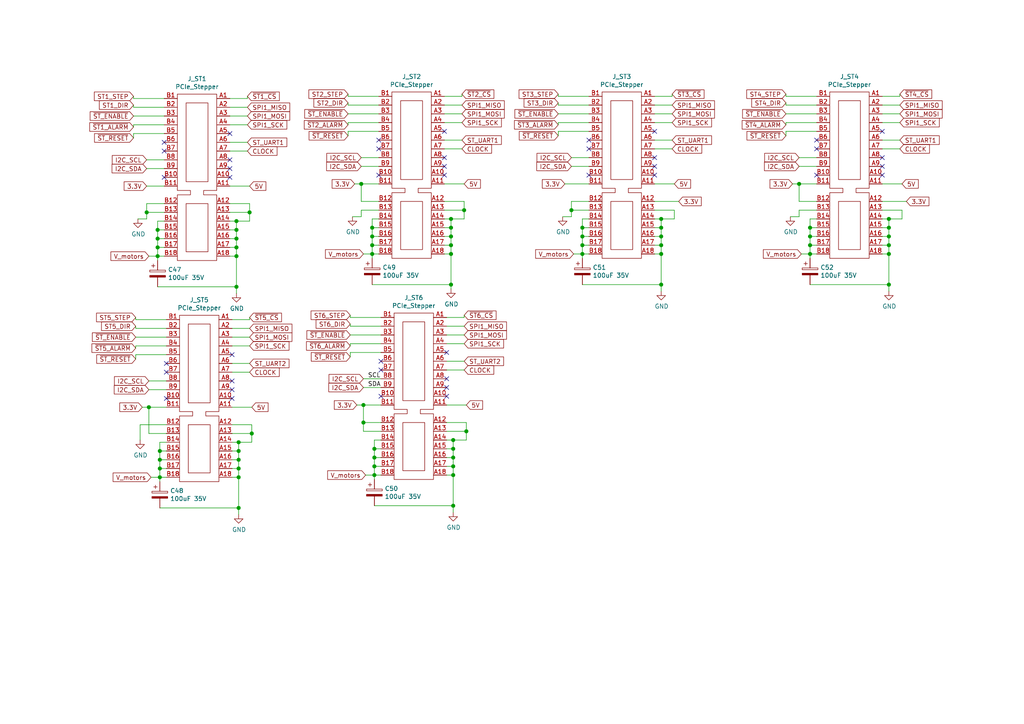
<source format=kicad_sch>
(kicad_sch (version 20210621) (generator eeschema)
  (paper "A4")
  (lib_symbols
    (symbol "Device:CP" (pin_numbers hide) (pin_names (offset 0.254))
      (property "Reference" "C" (at 0.635 2.54 0))
      (property "Value" "CP" (at 0.635 -2.54 0))
      (symbol "CP_0_1"
        (rectangle (start -2.286 0.508) (end 2.286 1.016))
        (rectangle (start 2.286 -0.508) (end -2.286 -1.016) (fill (type outline)))
        (polyline (pts (xy -1.778 2.286) (xy -0.762 2.286)))
        (polyline (pts (xy -1.27 2.794) (xy -1.27 1.778)))
      )
      (symbol "CP_1_1"
        (pin passive line (at 0 3.81 270) (length 2.794) (name "~") (number "1"))
        (pin passive line (at 0 -3.81 90) (length 2.794) (name "~") (number "2"))
      )
    )
    (symbol "power:GND" (power) (pin_names (offset 0))
      (property "Value" "GND" (at 0 -3.81 0))
      (symbol "GND_0_1"
        (polyline (pts (xy 0 0) (xy 0 -1.27) (xy 1.27 -1.27) (xy 0 -2.54) (xy -1.27 -1.27) (xy 0 -1.27)))
      )
      (symbol "GND_1_1"
        (pin power_in line (at 0 0 270) (length 0) hide (name "GND") (number "1"))
      )
    )
    (symbol "stp_conn_v2:PCIe_Stepper"
      (property "Reference" "J" (at 0 12.7 0))
      (property "Value" "PCIe_Stepper" (at 1.27 29.21 0))
      (symbol "PCIe_Stepper_0_1"
        (rectangle (start -2.54 -3.81) (end 3.81 -17.78))
        (rectangle (start -2.54 25.4) (end 3.81 2.54))
        (polyline (pts (xy -5.08 27.94) (xy 6.35 27.94) (xy 6.35 0) (xy 2.54 0) (xy 2.54 -1.27) (xy 6.35 -1.27) (xy 6.35 -20.32) (xy -5.08 -20.32) (xy -5.08 -1.27) (xy -1.27 -1.27) (xy -1.27 0) (xy -5.08 0) (xy -5.08 27.94)))
      )
      (symbol "PCIe_Stepper_1_1"
        (pin unspecified line (at 10.16 26.67 180) (length 3.81) (name "~") (number "A1"))
        (pin unspecified line (at 10.16 3.81 180) (length 3.81) (name "~") (number "A10"))
        (pin unspecified line (at 10.16 1.27 180) (length 3.81) (name "~") (number "A11"))
        (pin unspecified line (at 10.16 -3.81 180) (length 3.81) (name "~") (number "A12"))
        (pin unspecified line (at 10.16 -6.35 180) (length 3.81) (name "~") (number "A13"))
        (pin unspecified line (at 10.16 -8.89 180) (length 3.81) (name "~") (number "A14"))
        (pin unspecified line (at 10.16 -11.43 180) (length 3.81) (name "~") (number "A15"))
        (pin unspecified line (at 10.16 -13.97 180) (length 3.81) (name "~") (number "A16"))
        (pin unspecified line (at 10.16 -16.51 180) (length 3.81) (name "~") (number "A17"))
        (pin unspecified line (at 10.16 -19.05 180) (length 3.81) (name "~") (number "A18"))
        (pin unspecified line (at 10.16 24.13 180) (length 3.81) (name "~") (number "A2"))
        (pin unspecified line (at 10.16 21.59 180) (length 3.81) (name "~") (number "A3"))
        (pin unspecified line (at 10.16 19.05 180) (length 3.81) (name "~") (number "A4"))
        (pin unspecified line (at 10.16 16.51 180) (length 3.81) (name "~") (number "A5"))
        (pin unspecified line (at 10.16 13.97 180) (length 3.81) (name "~") (number "A6"))
        (pin unspecified line (at 10.16 11.43 180) (length 3.81) (name "~") (number "A7"))
        (pin unspecified line (at 10.16 8.89 180) (length 3.81) (name "~") (number "A8"))
        (pin unspecified line (at 10.16 6.35 180) (length 3.81) (name "~") (number "A9"))
        (pin unspecified line (at -8.89 26.67 0) (length 3.81) (name "~") (number "B1"))
        (pin unspecified line (at -8.89 3.81 0) (length 3.81) (name "~") (number "B10"))
        (pin unspecified line (at -8.89 1.27 0) (length 3.81) (name "~") (number "B11"))
        (pin unspecified line (at -8.89 -3.81 0) (length 3.81) (name "~") (number "B12"))
        (pin unspecified line (at -8.89 -6.35 0) (length 3.81) (name "~") (number "B13"))
        (pin unspecified line (at -8.89 -8.89 0) (length 3.81) (name "~") (number "B14"))
        (pin unspecified line (at -8.89 -11.43 0) (length 3.81) (name "~") (number "B15"))
        (pin unspecified line (at -8.89 -13.97 0) (length 3.81) (name "~") (number "B16"))
        (pin unspecified line (at -8.89 -16.51 0) (length 3.81) (name "~") (number "B17"))
        (pin unspecified line (at -8.89 -19.05 0) (length 3.81) (name "~") (number "B18"))
        (pin unspecified line (at -8.89 24.13 0) (length 3.81) (name "~") (number "B2"))
        (pin unspecified line (at -8.89 21.59 0) (length 3.81) (name "~") (number "B3"))
        (pin unspecified line (at -8.89 19.05 0) (length 3.81) (name "~") (number "B4"))
        (pin unspecified line (at -8.89 16.51 0) (length 3.81) (name "~") (number "B5"))
        (pin unspecified line (at -8.89 13.97 0) (length 3.81) (name "~") (number "B6"))
        (pin unspecified line (at -8.89 11.43 0) (length 3.81) (name "~") (number "B7"))
        (pin unspecified line (at -8.89 8.89 0) (length 3.81) (name "~") (number "B8"))
        (pin unspecified line (at -8.89 6.35 0) (length 3.81) (name "~") (number "B9"))
      )
    )
  )
  (junction (at 42.545 61.595) (diameter 1.016))
  (junction (at 43.18 118.11) (diameter 1.016))
  (junction (at 45.72 66.675) (diameter 1.016))
  (junction (at 45.72 69.215) (diameter 1.016))
  (junction (at 45.72 71.755) (diameter 1.016))
  (junction (at 45.72 74.295) (diameter 1.016))
  (junction (at 46.355 130.81) (diameter 1.016))
  (junction (at 46.355 133.35) (diameter 1.016))
  (junction (at 46.355 135.89) (diameter 1.016))
  (junction (at 46.355 138.43) (diameter 1.016))
  (junction (at 68.58 64.135) (diameter 1.016))
  (junction (at 68.58 66.675) (diameter 1.016))
  (junction (at 68.58 69.215) (diameter 1.016))
  (junction (at 68.58 71.755) (diameter 1.016))
  (junction (at 68.58 74.295) (diameter 1.016))
  (junction (at 68.58 83.185) (diameter 1.016))
  (junction (at 69.215 128.27) (diameter 1.016))
  (junction (at 69.215 130.81) (diameter 1.016))
  (junction (at 69.215 133.35) (diameter 1.016))
  (junction (at 69.215 135.89) (diameter 1.016))
  (junction (at 69.215 138.43) (diameter 1.016))
  (junction (at 69.215 147.32) (diameter 1.016))
  (junction (at 72.39 61.595) (diameter 1.016))
  (junction (at 73.025 125.73) (diameter 1.016))
  (junction (at 104.775 53.34) (diameter 1.016))
  (junction (at 105.41 117.475) (diameter 1.016))
  (junction (at 105.41 122.555) (diameter 1.016))
  (junction (at 107.95 66.04) (diameter 1.016))
  (junction (at 107.95 68.58) (diameter 1.016))
  (junction (at 107.95 71.12) (diameter 1.016))
  (junction (at 107.95 73.66) (diameter 1.016))
  (junction (at 108.585 130.175) (diameter 1.016))
  (junction (at 108.585 132.715) (diameter 1.016))
  (junction (at 108.585 135.255) (diameter 1.016))
  (junction (at 108.585 137.795) (diameter 1.016))
  (junction (at 130.81 63.5) (diameter 1.016))
  (junction (at 130.81 66.04) (diameter 1.016))
  (junction (at 130.81 68.58) (diameter 1.016))
  (junction (at 130.81 71.12) (diameter 1.016))
  (junction (at 130.81 73.66) (diameter 1.016))
  (junction (at 130.81 82.55) (diameter 1.016))
  (junction (at 131.445 127.635) (diameter 1.016))
  (junction (at 131.445 130.175) (diameter 1.016))
  (junction (at 131.445 132.715) (diameter 1.016))
  (junction (at 131.445 135.255) (diameter 1.016))
  (junction (at 131.445 137.795) (diameter 1.016))
  (junction (at 131.445 146.685) (diameter 1.016))
  (junction (at 134.62 60.96) (diameter 1.016))
  (junction (at 135.255 125.095) (diameter 1.016))
  (junction (at 165.735 60.96) (diameter 1.016))
  (junction (at 168.91 66.04) (diameter 1.016))
  (junction (at 168.91 68.58) (diameter 1.016))
  (junction (at 168.91 71.12) (diameter 1.016))
  (junction (at 168.91 73.66) (diameter 1.016))
  (junction (at 191.77 63.5) (diameter 1.016))
  (junction (at 191.77 66.04) (diameter 1.016))
  (junction (at 191.77 68.58) (diameter 1.016))
  (junction (at 191.77 71.12) (diameter 1.016))
  (junction (at 191.77 73.66) (diameter 1.016))
  (junction (at 191.77 82.55) (diameter 1.016))
  (junction (at 231.775 53.34) (diameter 1.016))
  (junction (at 234.95 66.04) (diameter 1.016))
  (junction (at 234.95 68.58) (diameter 1.016))
  (junction (at 234.95 71.12) (diameter 1.016))
  (junction (at 234.95 73.66) (diameter 1.016))
  (junction (at 257.81 63.5) (diameter 1.016))
  (junction (at 257.81 66.04) (diameter 1.016))
  (junction (at 257.81 68.58) (diameter 1.016))
  (junction (at 257.81 71.12) (diameter 1.016))
  (junction (at 257.81 73.66) (diameter 1.016))
  (junction (at 257.81 82.55) (diameter 1.016))
  (no_connect (at 47.625 41.275))
  (no_connect (at 47.625 43.815))
  (no_connect (at 47.625 51.435))
  (no_connect (at 48.26 105.41))
  (no_connect (at 48.26 107.95))
  (no_connect (at 48.26 115.57))
  (no_connect (at 66.675 38.735))
  (no_connect (at 66.675 46.355))
  (no_connect (at 66.675 48.895))
  (no_connect (at 66.675 51.435))
  (no_connect (at 67.31 102.87))
  (no_connect (at 67.31 110.49))
  (no_connect (at 67.31 113.03))
  (no_connect (at 67.31 115.57))
  (no_connect (at 109.855 40.64))
  (no_connect (at 109.855 43.18))
  (no_connect (at 109.855 50.8))
  (no_connect (at 110.49 104.775))
  (no_connect (at 110.49 107.315))
  (no_connect (at 110.49 114.935))
  (no_connect (at 128.905 38.1))
  (no_connect (at 128.905 45.72))
  (no_connect (at 128.905 48.26))
  (no_connect (at 128.905 50.8))
  (no_connect (at 129.54 102.235))
  (no_connect (at 129.54 109.855))
  (no_connect (at 129.54 112.395))
  (no_connect (at 129.54 114.935))
  (no_connect (at 170.815 40.64))
  (no_connect (at 170.815 43.18))
  (no_connect (at 170.815 50.8))
  (no_connect (at 189.865 38.1))
  (no_connect (at 189.865 45.72))
  (no_connect (at 189.865 48.26))
  (no_connect (at 189.865 50.8))
  (no_connect (at 236.855 40.64))
  (no_connect (at 236.855 43.18))
  (no_connect (at 236.855 50.8))
  (no_connect (at 255.905 38.1))
  (no_connect (at 255.905 45.72))
  (no_connect (at 255.905 48.26))
  (no_connect (at 255.905 50.8))
  (wire (pts (xy 38.735 27.94) (xy 38.735 28.575)))
  (wire (pts (xy 38.735 30.48) (xy 38.735 31.115)))
  (wire (pts (xy 38.735 31.115) (xy 47.625 31.115)))
  (wire (pts (xy 38.735 36.195) (xy 38.735 36.83)))
  (wire (pts (xy 38.735 40.005) (xy 38.735 38.735)))
  (wire (pts (xy 39.37 92.075) (xy 39.37 92.71)))
  (wire (pts (xy 39.37 94.615) (xy 39.37 95.25)))
  (wire (pts (xy 39.37 95.25) (xy 48.26 95.25)))
  (wire (pts (xy 39.37 100.33) (xy 39.37 100.965)))
  (wire (pts (xy 39.37 104.14) (xy 39.37 102.87)))
  (wire (pts (xy 40.64 123.19) (xy 40.64 127.635)))
  (wire (pts (xy 40.64 123.19) (xy 48.26 123.19)))
  (wire (pts (xy 42.545 46.355) (xy 47.625 46.355)))
  (wire (pts (xy 42.545 48.895) (xy 47.625 48.895)))
  (wire (pts (xy 42.545 59.055) (xy 42.545 61.595)))
  (wire (pts (xy 42.545 61.595) (xy 42.545 63.5)))
  (wire (pts (xy 42.545 63.5) (xy 40.005 63.5)))
  (wire (pts (xy 43.18 74.295) (xy 45.72 74.295)))
  (wire (pts (xy 43.18 110.49) (xy 48.26 110.49)))
  (wire (pts (xy 43.18 113.03) (xy 48.26 113.03)))
  (wire (pts (xy 43.18 118.11) (xy 41.275 118.11)))
  (wire (pts (xy 43.18 125.73) (xy 43.18 118.11)))
  (wire (pts (xy 43.815 138.43) (xy 46.355 138.43)))
  (wire (pts (xy 45.72 64.135) (xy 45.72 66.675)))
  (wire (pts (xy 45.72 66.675) (xy 45.72 69.215)))
  (wire (pts (xy 45.72 69.215) (xy 45.72 71.755)))
  (wire (pts (xy 45.72 71.755) (xy 45.72 74.295)))
  (wire (pts (xy 45.72 75.565) (xy 45.72 74.295)))
  (wire (pts (xy 45.72 83.185) (xy 68.58 83.185)))
  (wire (pts (xy 46.355 128.27) (xy 46.355 130.81)))
  (wire (pts (xy 46.355 130.81) (xy 46.355 133.35)))
  (wire (pts (xy 46.355 133.35) (xy 46.355 135.89)))
  (wire (pts (xy 46.355 135.89) (xy 46.355 138.43)))
  (wire (pts (xy 46.355 139.7) (xy 46.355 138.43)))
  (wire (pts (xy 46.355 147.32) (xy 69.215 147.32)))
  (wire (pts (xy 47.625 28.575) (xy 38.735 28.575)))
  (wire (pts (xy 47.625 33.655) (xy 38.735 33.655)))
  (wire (pts (xy 47.625 36.195) (xy 38.735 36.195)))
  (wire (pts (xy 47.625 38.735) (xy 38.735 38.735)))
  (wire (pts (xy 47.625 53.975) (xy 42.545 53.975)))
  (wire (pts (xy 47.625 59.055) (xy 42.545 59.055)))
  (wire (pts (xy 47.625 61.595) (xy 42.545 61.595)))
  (wire (pts (xy 47.625 64.135) (xy 45.72 64.135)))
  (wire (pts (xy 47.625 66.675) (xy 45.72 66.675)))
  (wire (pts (xy 47.625 69.215) (xy 45.72 69.215)))
  (wire (pts (xy 47.625 71.755) (xy 45.72 71.755)))
  (wire (pts (xy 47.625 74.295) (xy 45.72 74.295)))
  (wire (pts (xy 48.26 92.71) (xy 39.37 92.71)))
  (wire (pts (xy 48.26 97.79) (xy 39.37 97.79)))
  (wire (pts (xy 48.26 100.33) (xy 39.37 100.33)))
  (wire (pts (xy 48.26 102.87) (xy 39.37 102.87)))
  (wire (pts (xy 48.26 118.11) (xy 43.18 118.11)))
  (wire (pts (xy 48.26 125.73) (xy 43.18 125.73)))
  (wire (pts (xy 48.26 128.27) (xy 46.355 128.27)))
  (wire (pts (xy 48.26 130.81) (xy 46.355 130.81)))
  (wire (pts (xy 48.26 133.35) (xy 46.355 133.35)))
  (wire (pts (xy 48.26 135.89) (xy 46.355 135.89)))
  (wire (pts (xy 48.26 138.43) (xy 46.355 138.43)))
  (wire (pts (xy 66.675 28.575) (xy 71.755 28.575)))
  (wire (pts (xy 66.675 31.115) (xy 71.755 31.115)))
  (wire (pts (xy 66.675 33.655) (xy 71.755 33.655)))
  (wire (pts (xy 66.675 36.195) (xy 71.755 36.195)))
  (wire (pts (xy 66.675 41.275) (xy 71.755 41.275)))
  (wire (pts (xy 66.675 43.815) (xy 71.755 43.815)))
  (wire (pts (xy 66.675 53.975) (xy 72.39 53.975)))
  (wire (pts (xy 66.675 59.055) (xy 72.39 59.055)))
  (wire (pts (xy 66.675 61.595) (xy 72.39 61.595)))
  (wire (pts (xy 66.675 64.135) (xy 68.58 64.135)))
  (wire (pts (xy 66.675 66.675) (xy 68.58 66.675)))
  (wire (pts (xy 66.675 69.215) (xy 68.58 69.215)))
  (wire (pts (xy 66.675 71.755) (xy 68.58 71.755)))
  (wire (pts (xy 67.31 92.71) (xy 72.39 92.71)))
  (wire (pts (xy 67.31 95.25) (xy 72.39 95.25)))
  (wire (pts (xy 67.31 97.79) (xy 72.39 97.79)))
  (wire (pts (xy 67.31 100.33) (xy 72.39 100.33)))
  (wire (pts (xy 67.31 105.41) (xy 72.39 105.41)))
  (wire (pts (xy 67.31 107.95) (xy 72.39 107.95)))
  (wire (pts (xy 67.31 118.11) (xy 73.025 118.11)))
  (wire (pts (xy 67.31 123.19) (xy 73.025 123.19)))
  (wire (pts (xy 67.31 125.73) (xy 73.025 125.73)))
  (wire (pts (xy 67.31 128.27) (xy 69.215 128.27)))
  (wire (pts (xy 67.31 130.81) (xy 69.215 130.81)))
  (wire (pts (xy 67.31 133.35) (xy 69.215 133.35)))
  (wire (pts (xy 67.31 135.89) (xy 69.215 135.89)))
  (wire (pts (xy 68.58 64.135) (xy 68.58 66.675)))
  (wire (pts (xy 68.58 66.675) (xy 68.58 69.215)))
  (wire (pts (xy 68.58 69.215) (xy 68.58 71.755)))
  (wire (pts (xy 68.58 71.755) (xy 68.58 74.295)))
  (wire (pts (xy 68.58 74.295) (xy 66.675 74.295)))
  (wire (pts (xy 68.58 83.185) (xy 68.58 74.295)))
  (wire (pts (xy 68.58 85.09) (xy 68.58 83.185)))
  (wire (pts (xy 69.215 128.27) (xy 69.215 130.81)))
  (wire (pts (xy 69.215 130.81) (xy 69.215 133.35)))
  (wire (pts (xy 69.215 133.35) (xy 69.215 135.89)))
  (wire (pts (xy 69.215 135.89) (xy 69.215 138.43)))
  (wire (pts (xy 69.215 138.43) (xy 67.31 138.43)))
  (wire (pts (xy 69.215 147.32) (xy 69.215 138.43)))
  (wire (pts (xy 69.215 149.225) (xy 69.215 147.32)))
  (wire (pts (xy 71.755 27.94) (xy 71.755 28.575)))
  (wire (pts (xy 72.39 59.055) (xy 72.39 61.595)))
  (wire (pts (xy 72.39 61.595) (xy 72.39 64.135)))
  (wire (pts (xy 72.39 64.135) (xy 68.58 64.135)))
  (wire (pts (xy 72.39 92.075) (xy 72.39 92.71)))
  (wire (pts (xy 73.025 123.19) (xy 73.025 125.73)))
  (wire (pts (xy 73.025 125.73) (xy 73.025 128.27)))
  (wire (pts (xy 73.025 128.27) (xy 69.215 128.27)))
  (wire (pts (xy 100.965 27.305) (xy 100.965 27.94)))
  (wire (pts (xy 100.965 29.845) (xy 100.965 30.48)))
  (wire (pts (xy 100.965 30.48) (xy 109.855 30.48)))
  (wire (pts (xy 100.965 35.56) (xy 100.965 36.195)))
  (wire (pts (xy 100.965 35.56) (xy 109.855 35.56)))
  (wire (pts (xy 100.965 38.1) (xy 109.855 38.1)))
  (wire (pts (xy 100.965 39.37) (xy 100.965 38.1)))
  (wire (pts (xy 101.6 91.44) (xy 101.6 92.075)))
  (wire (pts (xy 101.6 93.98) (xy 101.6 94.615)))
  (wire (pts (xy 101.6 94.615) (xy 110.49 94.615)))
  (wire (pts (xy 101.6 99.695) (xy 101.6 100.33)))
  (wire (pts (xy 101.6 99.695) (xy 110.49 99.695)))
  (wire (pts (xy 101.6 102.235) (xy 110.49 102.235)))
  (wire (pts (xy 101.6 103.505) (xy 101.6 102.235)))
  (wire (pts (xy 104.775 45.72) (xy 109.855 45.72)))
  (wire (pts (xy 104.775 48.26) (xy 109.855 48.26)))
  (wire (pts (xy 104.775 53.34) (xy 102.87 53.34)))
  (wire (pts (xy 104.775 58.42) (xy 104.775 53.34)))
  (wire (pts (xy 104.775 60.96) (xy 104.775 62.865)))
  (wire (pts (xy 104.775 60.96) (xy 109.855 60.96)))
  (wire (pts (xy 104.775 62.865) (xy 102.235 62.865)))
  (wire (pts (xy 105.41 73.66) (xy 107.95 73.66)))
  (wire (pts (xy 105.41 109.855) (xy 110.49 109.855)))
  (wire (pts (xy 105.41 112.395) (xy 110.49 112.395)))
  (wire (pts (xy 105.41 117.475) (xy 103.505 117.475)))
  (wire (pts (xy 105.41 122.555) (xy 105.41 117.475)))
  (wire (pts (xy 105.41 125.095) (xy 105.41 122.555)))
  (wire (pts (xy 105.41 125.095) (xy 110.49 125.095)))
  (wire (pts (xy 106.045 137.795) (xy 108.585 137.795)))
  (wire (pts (xy 107.95 63.5) (xy 107.95 66.04)))
  (wire (pts (xy 107.95 66.04) (xy 107.95 68.58)))
  (wire (pts (xy 107.95 68.58) (xy 107.95 71.12)))
  (wire (pts (xy 107.95 71.12) (xy 107.95 73.66)))
  (wire (pts (xy 107.95 74.93) (xy 107.95 73.66)))
  (wire (pts (xy 107.95 82.55) (xy 130.81 82.55)))
  (wire (pts (xy 108.585 127.635) (xy 108.585 130.175)))
  (wire (pts (xy 108.585 130.175) (xy 108.585 132.715)))
  (wire (pts (xy 108.585 132.715) (xy 108.585 135.255)))
  (wire (pts (xy 108.585 135.255) (xy 108.585 137.795)))
  (wire (pts (xy 108.585 139.065) (xy 108.585 137.795)))
  (wire (pts (xy 108.585 146.685) (xy 131.445 146.685)))
  (wire (pts (xy 109.855 27.94) (xy 100.965 27.94)))
  (wire (pts (xy 109.855 33.02) (xy 100.965 33.02)))
  (wire (pts (xy 109.855 53.34) (xy 104.775 53.34)))
  (wire (pts (xy 109.855 58.42) (xy 104.775 58.42)))
  (wire (pts (xy 109.855 63.5) (xy 107.95 63.5)))
  (wire (pts (xy 109.855 66.04) (xy 107.95 66.04)))
  (wire (pts (xy 109.855 68.58) (xy 107.95 68.58)))
  (wire (pts (xy 109.855 71.12) (xy 107.95 71.12)))
  (wire (pts (xy 109.855 73.66) (xy 107.95 73.66)))
  (wire (pts (xy 110.49 92.075) (xy 101.6 92.075)))
  (wire (pts (xy 110.49 97.155) (xy 101.6 97.155)))
  (wire (pts (xy 110.49 117.475) (xy 105.41 117.475)))
  (wire (pts (xy 110.49 122.555) (xy 105.41 122.555)))
  (wire (pts (xy 110.49 127.635) (xy 108.585 127.635)))
  (wire (pts (xy 110.49 130.175) (xy 108.585 130.175)))
  (wire (pts (xy 110.49 132.715) (xy 108.585 132.715)))
  (wire (pts (xy 110.49 135.255) (xy 108.585 135.255)))
  (wire (pts (xy 110.49 137.795) (xy 108.585 137.795)))
  (wire (pts (xy 128.905 27.94) (xy 133.985 27.94)))
  (wire (pts (xy 128.905 30.48) (xy 133.985 30.48)))
  (wire (pts (xy 128.905 33.02) (xy 133.985 33.02)))
  (wire (pts (xy 128.905 35.56) (xy 133.985 35.56)))
  (wire (pts (xy 128.905 40.64) (xy 133.985 40.64)))
  (wire (pts (xy 128.905 43.18) (xy 133.985 43.18)))
  (wire (pts (xy 128.905 53.34) (xy 134.62 53.34)))
  (wire (pts (xy 128.905 58.42) (xy 134.62 58.42)))
  (wire (pts (xy 128.905 60.96) (xy 134.62 60.96)))
  (wire (pts (xy 128.905 63.5) (xy 130.81 63.5)))
  (wire (pts (xy 128.905 66.04) (xy 130.81 66.04)))
  (wire (pts (xy 128.905 68.58) (xy 130.81 68.58)))
  (wire (pts (xy 128.905 71.12) (xy 130.81 71.12)))
  (wire (pts (xy 129.54 92.075) (xy 134.62 92.075)))
  (wire (pts (xy 129.54 94.615) (xy 134.62 94.615)))
  (wire (pts (xy 129.54 97.155) (xy 134.62 97.155)))
  (wire (pts (xy 129.54 99.695) (xy 134.62 99.695)))
  (wire (pts (xy 129.54 104.775) (xy 134.62 104.775)))
  (wire (pts (xy 129.54 107.315) (xy 134.62 107.315)))
  (wire (pts (xy 129.54 117.475) (xy 135.255 117.475)))
  (wire (pts (xy 129.54 122.555) (xy 135.255 122.555)))
  (wire (pts (xy 129.54 125.095) (xy 135.255 125.095)))
  (wire (pts (xy 129.54 127.635) (xy 131.445 127.635)))
  (wire (pts (xy 129.54 130.175) (xy 131.445 130.175)))
  (wire (pts (xy 129.54 132.715) (xy 131.445 132.715)))
  (wire (pts (xy 129.54 135.255) (xy 131.445 135.255)))
  (wire (pts (xy 130.81 63.5) (xy 130.81 66.04)))
  (wire (pts (xy 130.81 66.04) (xy 130.81 68.58)))
  (wire (pts (xy 130.81 68.58) (xy 130.81 71.12)))
  (wire (pts (xy 130.81 71.12) (xy 130.81 73.66)))
  (wire (pts (xy 130.81 73.66) (xy 128.905 73.66)))
  (wire (pts (xy 130.81 82.55) (xy 130.81 73.66)))
  (wire (pts (xy 130.81 82.55) (xy 130.81 83.82)))
  (wire (pts (xy 131.445 127.635) (xy 131.445 130.175)))
  (wire (pts (xy 131.445 130.175) (xy 131.445 132.715)))
  (wire (pts (xy 131.445 132.715) (xy 131.445 135.255)))
  (wire (pts (xy 131.445 135.255) (xy 131.445 137.795)))
  (wire (pts (xy 131.445 137.795) (xy 129.54 137.795)))
  (wire (pts (xy 131.445 146.685) (xy 131.445 137.795)))
  (wire (pts (xy 131.445 148.59) (xy 131.445 146.685)))
  (wire (pts (xy 133.985 27.305) (xy 133.985 27.94)))
  (wire (pts (xy 134.62 58.42) (xy 134.62 60.96)))
  (wire (pts (xy 134.62 60.96) (xy 134.62 63.5)))
  (wire (pts (xy 134.62 63.5) (xy 130.81 63.5)))
  (wire (pts (xy 134.62 91.44) (xy 134.62 92.075)))
  (wire (pts (xy 135.255 122.555) (xy 135.255 125.095)))
  (wire (pts (xy 135.255 125.095) (xy 135.255 127.635)))
  (wire (pts (xy 135.255 127.635) (xy 131.445 127.635)))
  (wire (pts (xy 161.925 27.305) (xy 161.925 27.94)))
  (wire (pts (xy 161.925 27.94) (xy 170.815 27.94)))
  (wire (pts (xy 161.925 29.845) (xy 161.925 30.48)))
  (wire (pts (xy 161.925 30.48) (xy 170.815 30.48)))
  (wire (pts (xy 161.925 35.56) (xy 161.925 36.195)))
  (wire (pts (xy 161.925 35.56) (xy 170.815 35.56)))
  (wire (pts (xy 161.925 38.1) (xy 170.815 38.1)))
  (wire (pts (xy 161.925 39.37) (xy 161.925 38.1)))
  (wire (pts (xy 163.83 53.34) (xy 170.815 53.34)))
  (wire (pts (xy 165.735 45.72) (xy 170.815 45.72)))
  (wire (pts (xy 165.735 48.26) (xy 170.815 48.26)))
  (wire (pts (xy 165.735 58.42) (xy 165.735 60.96)))
  (wire (pts (xy 165.735 58.42) (xy 170.815 58.42)))
  (wire (pts (xy 165.735 60.96) (xy 165.735 62.865)))
  (wire (pts (xy 165.735 60.96) (xy 170.815 60.96)))
  (wire (pts (xy 165.735 62.865) (xy 163.195 62.865)))
  (wire (pts (xy 166.37 73.66) (xy 168.91 73.66)))
  (wire (pts (xy 168.91 63.5) (xy 168.91 66.04)))
  (wire (pts (xy 168.91 66.04) (xy 168.91 68.58)))
  (wire (pts (xy 168.91 68.58) (xy 168.91 71.12)))
  (wire (pts (xy 168.91 71.12) (xy 168.91 73.66)))
  (wire (pts (xy 168.91 74.93) (xy 168.91 73.66)))
  (wire (pts (xy 168.91 82.55) (xy 191.77 82.55)))
  (wire (pts (xy 170.815 33.02) (xy 161.925 33.02)))
  (wire (pts (xy 170.815 63.5) (xy 168.91 63.5)))
  (wire (pts (xy 170.815 66.04) (xy 168.91 66.04)))
  (wire (pts (xy 170.815 68.58) (xy 168.91 68.58)))
  (wire (pts (xy 170.815 71.12) (xy 168.91 71.12)))
  (wire (pts (xy 170.815 73.66) (xy 168.91 73.66)))
  (wire (pts (xy 189.865 27.94) (xy 194.945 27.94)))
  (wire (pts (xy 189.865 30.48) (xy 194.945 30.48)))
  (wire (pts (xy 189.865 33.02) (xy 194.945 33.02)))
  (wire (pts (xy 189.865 35.56) (xy 194.945 35.56)))
  (wire (pts (xy 189.865 40.64) (xy 194.945 40.64)))
  (wire (pts (xy 189.865 43.18) (xy 194.945 43.18)))
  (wire (pts (xy 189.865 53.34) (xy 195.58 53.34)))
  (wire (pts (xy 189.865 58.42) (xy 196.85 58.42)))
  (wire (pts (xy 189.865 60.96) (xy 195.58 60.96)))
  (wire (pts (xy 189.865 63.5) (xy 191.77 63.5)))
  (wire (pts (xy 189.865 66.04) (xy 191.77 66.04)))
  (wire (pts (xy 189.865 68.58) (xy 191.77 68.58)))
  (wire (pts (xy 189.865 71.12) (xy 191.77 71.12)))
  (wire (pts (xy 191.77 63.5) (xy 191.77 66.04)))
  (wire (pts (xy 191.77 66.04) (xy 191.77 68.58)))
  (wire (pts (xy 191.77 68.58) (xy 191.77 71.12)))
  (wire (pts (xy 191.77 71.12) (xy 191.77 73.66)))
  (wire (pts (xy 191.77 73.66) (xy 189.865 73.66)))
  (wire (pts (xy 191.77 82.55) (xy 191.77 73.66)))
  (wire (pts (xy 191.77 84.455) (xy 191.77 82.55)))
  (wire (pts (xy 194.945 27.305) (xy 194.945 27.94)))
  (wire (pts (xy 195.58 60.96) (xy 195.58 63.5)))
  (wire (pts (xy 195.58 63.5) (xy 191.77 63.5)))
  (wire (pts (xy 227.965 27.305) (xy 227.965 27.94)))
  (wire (pts (xy 227.965 27.94) (xy 236.855 27.94)))
  (wire (pts (xy 227.965 29.845) (xy 227.965 30.48)))
  (wire (pts (xy 227.965 30.48) (xy 236.855 30.48)))
  (wire (pts (xy 227.965 35.56) (xy 227.965 36.195)))
  (wire (pts (xy 227.965 35.56) (xy 236.855 35.56)))
  (wire (pts (xy 227.965 38.1) (xy 236.855 38.1)))
  (wire (pts (xy 227.965 39.37) (xy 227.965 38.1)))
  (wire (pts (xy 229.87 53.34) (xy 231.775 53.34)))
  (wire (pts (xy 231.775 45.72) (xy 236.855 45.72)))
  (wire (pts (xy 231.775 48.26) (xy 236.855 48.26)))
  (wire (pts (xy 231.775 53.34) (xy 236.855 53.34)))
  (wire (pts (xy 231.775 58.42) (xy 231.775 53.34)))
  (wire (pts (xy 231.775 58.42) (xy 236.855 58.42)))
  (wire (pts (xy 231.775 60.96) (xy 231.775 62.865)))
  (wire (pts (xy 231.775 60.96) (xy 236.855 60.96)))
  (wire (pts (xy 231.775 62.865) (xy 229.235 62.865)))
  (wire (pts (xy 232.41 73.66) (xy 234.95 73.66)))
  (wire (pts (xy 234.95 63.5) (xy 234.95 66.04)))
  (wire (pts (xy 234.95 66.04) (xy 234.95 68.58)))
  (wire (pts (xy 234.95 68.58) (xy 234.95 71.12)))
  (wire (pts (xy 234.95 71.12) (xy 234.95 73.66)))
  (wire (pts (xy 234.95 74.93) (xy 234.95 73.66)))
  (wire (pts (xy 234.95 82.55) (xy 257.81 82.55)))
  (wire (pts (xy 236.855 33.02) (xy 227.965 33.02)))
  (wire (pts (xy 236.855 63.5) (xy 234.95 63.5)))
  (wire (pts (xy 236.855 66.04) (xy 234.95 66.04)))
  (wire (pts (xy 236.855 68.58) (xy 234.95 68.58)))
  (wire (pts (xy 236.855 71.12) (xy 234.95 71.12)))
  (wire (pts (xy 236.855 73.66) (xy 234.95 73.66)))
  (wire (pts (xy 255.905 27.94) (xy 260.985 27.94)))
  (wire (pts (xy 255.905 30.48) (xy 260.985 30.48)))
  (wire (pts (xy 255.905 33.02) (xy 260.985 33.02)))
  (wire (pts (xy 255.905 35.56) (xy 260.985 35.56)))
  (wire (pts (xy 255.905 40.64) (xy 260.985 40.64)))
  (wire (pts (xy 255.905 43.18) (xy 260.985 43.18)))
  (wire (pts (xy 255.905 53.34) (xy 261.62 53.34)))
  (wire (pts (xy 255.905 58.42) (xy 262.89 58.42)))
  (wire (pts (xy 255.905 60.96) (xy 261.62 60.96)))
  (wire (pts (xy 255.905 63.5) (xy 257.81 63.5)))
  (wire (pts (xy 255.905 66.04) (xy 257.81 66.04)))
  (wire (pts (xy 255.905 68.58) (xy 257.81 68.58)))
  (wire (pts (xy 255.905 71.12) (xy 257.81 71.12)))
  (wire (pts (xy 257.81 63.5) (xy 257.81 66.04)))
  (wire (pts (xy 257.81 66.04) (xy 257.81 68.58)))
  (wire (pts (xy 257.81 68.58) (xy 257.81 71.12)))
  (wire (pts (xy 257.81 71.12) (xy 257.81 73.66)))
  (wire (pts (xy 257.81 73.66) (xy 255.905 73.66)))
  (wire (pts (xy 257.81 82.55) (xy 257.81 73.66)))
  (wire (pts (xy 257.81 84.455) (xy 257.81 82.55)))
  (wire (pts (xy 260.985 27.305) (xy 260.985 27.94)))
  (wire (pts (xy 261.62 60.96) (xy 261.62 63.5)))
  (wire (pts (xy 261.62 63.5) (xy 257.81 63.5)))
  (label "SCL" (at 106.68 109.855 0))
  (label "SDA" (at 106.68 112.395 0))
  (global_label "ST1_STEP" (shape input) (at 38.735 27.94 180) (property "Intersheet References" "${INTERSHEET_REFS}" (effects hide)))
  (global_label "ST1_DIR" (shape input) (at 38.735 30.48 180) (property "Intersheet References" "${INTERSHEET_REFS}" (effects hide)))
  (global_label "~{ST_ENABLE}" (shape input) (at 38.735 33.655 180) (property "Intersheet References" "${INTERSHEET_REFS}" (effects hide)))
  (global_label "~{ST1_ALARM}" (shape input) (at 38.735 36.83 180) (property "Intersheet References" "${INTERSHEET_REFS}" (effects hide)))
  (global_label "~{ST_RESET}" (shape input) (at 38.735 40.005 180) (property "Intersheet References" "${INTERSHEET_REFS}" (effects hide)))
  (global_label "ST5_STEP" (shape input) (at 39.37 92.075 180) (property "Intersheet References" "${INTERSHEET_REFS}" (effects hide)))
  (global_label "ST5_DIR" (shape input) (at 39.37 94.615 180) (property "Intersheet References" "${INTERSHEET_REFS}" (effects hide)))
  (global_label "~{ST_ENABLE}" (shape input) (at 39.37 97.79 180) (property "Intersheet References" "${INTERSHEET_REFS}" (effects hide)))
  (global_label "~{ST5_ALARM}" (shape input) (at 39.37 100.965 180) (property "Intersheet References" "${INTERSHEET_REFS}" (effects hide)))
  (global_label "~{ST_RESET}" (shape input) (at 39.37 104.14 180) (property "Intersheet References" "${INTERSHEET_REFS}" (effects hide)))
  (global_label "3.3V" (shape input) (at 41.275 118.11 180) (property "Intersheet References" "${INTERSHEET_REFS}" (effects hide)))
  (global_label "I2C_SCL" (shape input) (at 42.545 46.355 180) (property "Intersheet References" "${INTERSHEET_REFS}" (effects hide)))
  (global_label "I2C_SDA" (shape input) (at 42.545 48.895 180) (property "Intersheet References" "${INTERSHEET_REFS}" (effects hide)))
  (global_label "3.3V" (shape input) (at 42.545 53.975 180) (property "Intersheet References" "${INTERSHEET_REFS}" (effects hide)))
  (global_label "V_motors" (shape input) (at 43.18 74.295 180) (property "Intersheet References" "${INTERSHEET_REFS}" (effects hide)))
  (global_label "I2C_SCL" (shape input) (at 43.18 110.49 180) (property "Intersheet References" "${INTERSHEET_REFS}" (effects hide)))
  (global_label "I2C_SDA" (shape input) (at 43.18 113.03 180) (property "Intersheet References" "${INTERSHEET_REFS}" (effects hide)))
  (global_label "V_motors" (shape input) (at 43.815 138.43 180) (property "Intersheet References" "${INTERSHEET_REFS}" (effects hide)))
  (global_label "~{ST1_CS}" (shape input) (at 71.755 27.94 0) (property "Intersheet References" "${INTERSHEET_REFS}" (effects hide)))
  (global_label "SPI1_MISO" (shape input) (at 71.755 31.115 0) (property "Intersheet References" "${INTERSHEET_REFS}" (effects hide)))
  (global_label "SPI1_MOSI" (shape input) (at 71.755 33.655 0) (property "Intersheet References" "${INTERSHEET_REFS}" (effects hide)))
  (global_label "SPI1_SCK" (shape input) (at 71.755 36.195 0) (property "Intersheet References" "${INTERSHEET_REFS}" (effects hide)))
  (global_label "ST_UART1" (shape input) (at 71.755 41.275 0) (property "Intersheet References" "${INTERSHEET_REFS}" (effects hide)))
  (global_label "CLOCK" (shape input) (at 71.755 43.815 0) (property "Intersheet References" "${INTERSHEET_REFS}" (effects hide)))
  (global_label "5V" (shape input) (at 72.39 53.975 0) (property "Intersheet References" "${INTERSHEET_REFS}" (effects hide)))
  (global_label "~{ST5_CS}" (shape input) (at 72.39 92.075 0) (property "Intersheet References" "${INTERSHEET_REFS}" (effects hide)))
  (global_label "SPI1_MISO" (shape input) (at 72.39 95.25 0) (property "Intersheet References" "${INTERSHEET_REFS}" (effects hide)))
  (global_label "SPI1_MOSI" (shape input) (at 72.39 97.79 0) (property "Intersheet References" "${INTERSHEET_REFS}" (effects hide)))
  (global_label "SPI1_SCK" (shape input) (at 72.39 100.33 0) (property "Intersheet References" "${INTERSHEET_REFS}" (effects hide)))
  (global_label "ST_UART2" (shape input) (at 72.39 105.41 0) (property "Intersheet References" "${INTERSHEET_REFS}" (effects hide)))
  (global_label "CLOCK" (shape input) (at 72.39 107.95 0) (property "Intersheet References" "${INTERSHEET_REFS}" (effects hide)))
  (global_label "5V" (shape input) (at 73.025 118.11 0) (property "Intersheet References" "${INTERSHEET_REFS}" (effects hide)))
  (global_label "ST2_STEP" (shape input) (at 100.965 27.305 180) (property "Intersheet References" "${INTERSHEET_REFS}" (effects hide)))
  (global_label "ST2_DIR" (shape input) (at 100.965 29.845 180) (property "Intersheet References" "${INTERSHEET_REFS}" (effects hide)))
  (global_label "~{ST_ENABLE}" (shape input) (at 100.965 33.02 180) (property "Intersheet References" "${INTERSHEET_REFS}" (effects hide)))
  (global_label "~{ST2_ALARM}" (shape input) (at 100.965 36.195 180) (property "Intersheet References" "${INTERSHEET_REFS}" (effects hide)))
  (global_label "~{ST_RESET}" (shape input) (at 100.965 39.37 180) (property "Intersheet References" "${INTERSHEET_REFS}" (effects hide)))
  (global_label "ST6_STEP" (shape input) (at 101.6 91.44 180) (property "Intersheet References" "${INTERSHEET_REFS}" (effects hide)))
  (global_label "ST6_DIR" (shape input) (at 101.6 93.98 180) (property "Intersheet References" "${INTERSHEET_REFS}" (effects hide)))
  (global_label "~{ST_ENABLE}" (shape input) (at 101.6 97.155 180) (property "Intersheet References" "${INTERSHEET_REFS}" (effects hide)))
  (global_label "~{ST6_ALARM}" (shape input) (at 101.6 100.33 180) (property "Intersheet References" "${INTERSHEET_REFS}" (effects hide)))
  (global_label "~{ST_RESET}" (shape input) (at 101.6 103.505 180) (property "Intersheet References" "${INTERSHEET_REFS}" (effects hide)))
  (global_label "3.3V" (shape input) (at 102.87 53.34 180) (property "Intersheet References" "${INTERSHEET_REFS}" (effects hide)))
  (global_label "3.3V" (shape input) (at 103.505 117.475 180) (property "Intersheet References" "${INTERSHEET_REFS}" (effects hide)))
  (global_label "I2C_SCL" (shape input) (at 104.775 45.72 180) (property "Intersheet References" "${INTERSHEET_REFS}" (effects hide)))
  (global_label "I2C_SDA" (shape input) (at 104.775 48.26 180) (property "Intersheet References" "${INTERSHEET_REFS}" (effects hide)))
  (global_label "V_motors" (shape input) (at 105.41 73.66 180) (property "Intersheet References" "${INTERSHEET_REFS}" (effects hide)))
  (global_label "I2C_SCL" (shape input) (at 105.41 109.855 180) (property "Intersheet References" "${INTERSHEET_REFS}" (effects hide)))
  (global_label "I2C_SDA" (shape input) (at 105.41 112.395 180) (property "Intersheet References" "${INTERSHEET_REFS}" (effects hide)))
  (global_label "V_motors" (shape input) (at 106.045 137.795 180) (property "Intersheet References" "${INTERSHEET_REFS}" (effects hide)))
  (global_label "~{ST2_CS}" (shape input) (at 133.985 27.305 0) (property "Intersheet References" "${INTERSHEET_REFS}" (effects hide)))
  (global_label "SPI1_MISO" (shape input) (at 133.985 30.48 0) (property "Intersheet References" "${INTERSHEET_REFS}" (effects hide)))
  (global_label "SPI1_MOSI" (shape input) (at 133.985 33.02 0) (property "Intersheet References" "${INTERSHEET_REFS}" (effects hide)))
  (global_label "SPI1_SCK" (shape input) (at 133.985 35.56 0) (property "Intersheet References" "${INTERSHEET_REFS}" (effects hide)))
  (global_label "ST_UART1" (shape input) (at 133.985 40.64 0) (property "Intersheet References" "${INTERSHEET_REFS}" (effects hide)))
  (global_label "CLOCK" (shape input) (at 133.985 43.18 0) (property "Intersheet References" "${INTERSHEET_REFS}" (effects hide)))
  (global_label "5V" (shape input) (at 134.62 53.34 0) (property "Intersheet References" "${INTERSHEET_REFS}" (effects hide)))
  (global_label "~{ST6_CS}" (shape input) (at 134.62 91.44 0) (property "Intersheet References" "${INTERSHEET_REFS}" (effects hide)))
  (global_label "SPI1_MISO" (shape input) (at 134.62 94.615 0) (property "Intersheet References" "${INTERSHEET_REFS}" (effects hide)))
  (global_label "SPI1_MOSI" (shape input) (at 134.62 97.155 0) (property "Intersheet References" "${INTERSHEET_REFS}" (effects hide)))
  (global_label "SPI1_SCK" (shape input) (at 134.62 99.695 0) (property "Intersheet References" "${INTERSHEET_REFS}" (effects hide)))
  (global_label "ST_UART2" (shape input) (at 134.62 104.775 0) (property "Intersheet References" "${INTERSHEET_REFS}" (effects hide)))
  (global_label "CLOCK" (shape input) (at 134.62 107.315 0) (property "Intersheet References" "${INTERSHEET_REFS}" (effects hide)))
  (global_label "5V" (shape input) (at 135.255 117.475 0) (property "Intersheet References" "${INTERSHEET_REFS}" (effects hide)))
  (global_label "ST3_STEP" (shape input) (at 161.925 27.305 180) (property "Intersheet References" "${INTERSHEET_REFS}" (effects hide)))
  (global_label "ST3_DIR" (shape input) (at 161.925 29.845 180) (property "Intersheet References" "${INTERSHEET_REFS}" (effects hide)))
  (global_label "~{ST_ENABLE}" (shape input) (at 161.925 33.02 180) (property "Intersheet References" "${INTERSHEET_REFS}" (effects hide)))
  (global_label "~{ST3_ALARM}" (shape input) (at 161.925 36.195 180) (property "Intersheet References" "${INTERSHEET_REFS}" (effects hide)))
  (global_label "~{ST_RESET}" (shape input) (at 161.925 39.37 180) (property "Intersheet References" "${INTERSHEET_REFS}" (effects hide)))
  (global_label "3.3V" (shape input) (at 163.83 53.34 180) (property "Intersheet References" "${INTERSHEET_REFS}" (effects hide)))
  (global_label "I2C_SCL" (shape input) (at 165.735 45.72 180) (property "Intersheet References" "${INTERSHEET_REFS}" (effects hide)))
  (global_label "I2C_SDA" (shape input) (at 165.735 48.26 180) (property "Intersheet References" "${INTERSHEET_REFS}" (effects hide)))
  (global_label "V_motors" (shape input) (at 166.37 73.66 180) (property "Intersheet References" "${INTERSHEET_REFS}" (effects hide)))
  (global_label "~{ST3_CS}" (shape input) (at 194.945 27.305 0) (property "Intersheet References" "${INTERSHEET_REFS}" (effects hide)))
  (global_label "SPI1_MISO" (shape input) (at 194.945 30.48 0) (property "Intersheet References" "${INTERSHEET_REFS}" (effects hide)))
  (global_label "SPI1_MOSI" (shape input) (at 194.945 33.02 0) (property "Intersheet References" "${INTERSHEET_REFS}" (effects hide)))
  (global_label "SPI1_SCK" (shape input) (at 194.945 35.56 0) (property "Intersheet References" "${INTERSHEET_REFS}" (effects hide)))
  (global_label "ST_UART1" (shape input) (at 194.945 40.64 0) (property "Intersheet References" "${INTERSHEET_REFS}" (effects hide)))
  (global_label "CLOCK" (shape input) (at 194.945 43.18 0) (property "Intersheet References" "${INTERSHEET_REFS}" (effects hide)))
  (global_label "5V" (shape input) (at 195.58 53.34 0) (property "Intersheet References" "${INTERSHEET_REFS}" (effects hide)))
  (global_label "3.3V" (shape input) (at 196.85 58.42 0) (property "Intersheet References" "${INTERSHEET_REFS}" (effects hide)))
  (global_label "ST4_STEP" (shape input) (at 227.965 27.305 180) (property "Intersheet References" "${INTERSHEET_REFS}" (effects hide)))
  (global_label "ST4_DIR" (shape input) (at 227.965 29.845 180) (property "Intersheet References" "${INTERSHEET_REFS}" (effects hide)))
  (global_label "~{ST_ENABLE}" (shape input) (at 227.965 33.02 180) (property "Intersheet References" "${INTERSHEET_REFS}" (effects hide)))
  (global_label "~{ST4_ALARM}" (shape input) (at 227.965 36.195 180) (property "Intersheet References" "${INTERSHEET_REFS}" (effects hide)))
  (global_label "~{ST_RESET}" (shape input) (at 227.965 39.37 180) (property "Intersheet References" "${INTERSHEET_REFS}" (effects hide)))
  (global_label "3.3V" (shape input) (at 229.87 53.34 180) (property "Intersheet References" "${INTERSHEET_REFS}" (effects hide)))
  (global_label "I2C_SCL" (shape input) (at 231.775 45.72 180) (property "Intersheet References" "${INTERSHEET_REFS}" (effects hide)))
  (global_label "I2C_SDA" (shape input) (at 231.775 48.26 180) (property "Intersheet References" "${INTERSHEET_REFS}" (effects hide)))
  (global_label "V_motors" (shape input) (at 232.41 73.66 180) (property "Intersheet References" "${INTERSHEET_REFS}" (effects hide)))
  (global_label "~{ST4_CS}" (shape input) (at 260.985 27.305 0) (property "Intersheet References" "${INTERSHEET_REFS}" (effects hide)))
  (global_label "SPI1_MISO" (shape input) (at 260.985 30.48 0) (property "Intersheet References" "${INTERSHEET_REFS}" (effects hide)))
  (global_label "SPI1_MOSI" (shape input) (at 260.985 33.02 0) (property "Intersheet References" "${INTERSHEET_REFS}" (effects hide)))
  (global_label "SPI1_SCK" (shape input) (at 260.985 35.56 0) (property "Intersheet References" "${INTERSHEET_REFS}" (effects hide)))
  (global_label "ST_UART1" (shape input) (at 260.985 40.64 0) (property "Intersheet References" "${INTERSHEET_REFS}" (effects hide)))
  (global_label "CLOCK" (shape input) (at 260.985 43.18 0) (property "Intersheet References" "${INTERSHEET_REFS}" (effects hide)))
  (global_label "5V" (shape input) (at 261.62 53.34 0) (property "Intersheet References" "${INTERSHEET_REFS}" (effects hide)))
  (global_label "3.3V" (shape input) (at 262.89 58.42 0) (property "Intersheet References" "${INTERSHEET_REFS}" (effects hide)))
  (symbol (lib_id "power:GND") (at 40.005 63.5 0) (unit 1)
    (property "Reference" "#PWR063" (effects hide))
    (property "Value" "GND" (at 40.132 67.8942 0))
  )
  (symbol (lib_id "power:GND") (at 40.64 127.635 0) (unit 1)
    (property "Reference" "#PWR064" (effects hide))
    (property "Value" "GND" (at 40.767 132.0292 0))
  )
  (symbol (lib_id "power:GND") (at 68.58 85.09 0) (unit 1)
    (property "Reference" "#PWR065" (effects hide))
    (property "Value" "GND" (at 68.707 89.4842 0))
  )
  (symbol (lib_id "power:GND") (at 69.215 149.225 0) (unit 1)
    (property "Reference" "#PWR066" (effects hide))
    (property "Value" "GND" (at 69.342 153.6192 0))
  )
  (symbol (lib_id "power:GND") (at 102.235 62.865 0) (unit 1)
    (property "Reference" "#PWR067" (effects hide))
    (property "Value" "GND" (at 102.362 67.2592 0))
  )
  (symbol (lib_id "power:GND") (at 130.81 83.82 0) (unit 1)
    (property "Reference" "#PWR068" (effects hide))
    (property "Value" "GND" (at 130.937 88.2142 0))
  )
  (symbol (lib_id "power:GND") (at 131.445 148.59 0) (unit 1)
    (property "Reference" "#PWR069" (effects hide))
    (property "Value" "GND" (at 131.572 152.9842 0))
  )
  (symbol (lib_id "power:GND") (at 163.195 62.865 0) (unit 1)
    (property "Reference" "#PWR070" (effects hide))
    (property "Value" "GND" (at 163.322 67.2592 0))
  )
  (symbol (lib_id "power:GND") (at 191.77 84.455 0) (unit 1)
    (property "Reference" "#PWR071" (effects hide))
    (property "Value" "GND" (at 191.897 88.8492 0))
  )
  (symbol (lib_id "power:GND") (at 229.235 62.865 0) (unit 1)
    (property "Reference" "#PWR072" (effects hide))
    (property "Value" "GND" (at 229.362 67.2592 0))
  )
  (symbol (lib_id "power:GND") (at 257.81 84.455 0) (unit 1)
    (property "Reference" "#PWR073" (effects hide))
    (property "Value" "GND" (at 257.937 88.8492 0))
  )
  (symbol (lib_id "Device:CP") (at 45.72 79.375 0) (unit 1)
    (property "Reference" "C47" (at 48.7172 78.2066 0) (effects (justify left)))
    (property "Value" "100uF 35V" (at 48.7172 80.518 0) (effects (justify left)))
    (property "Footprint" "Capacitor_SMD:CP_Elec_6.3x7.7" (effects hide))
    (property "Part #" "VES101M1VTR-0607" (effects hide))
    (property "LCSC Part #" "C134792" (effects hide))
  )
  (symbol (lib_id "Device:CP") (at 46.355 143.51 0) (unit 1)
    (property "Reference" "C48" (at 49.3522 142.3416 0) (effects (justify left)))
    (property "Value" "100uF 35V" (at 49.3522 144.653 0) (effects (justify left)))
    (property "Footprint" "Capacitor_SMD:CP_Elec_6.3x7.7" (effects hide))
    (property "Part #" "VES101M1VTR-0607" (effects hide))
    (property "LCSC Part #" "C134792" (effects hide))
  )
  (symbol (lib_id "Device:CP") (at 107.95 78.74 0) (unit 1)
    (property "Reference" "C49" (at 110.9472 77.5716 0) (effects (justify left)))
    (property "Value" "100uF 35V" (at 110.9472 79.883 0) (effects (justify left)))
    (property "Footprint" "Capacitor_SMD:CP_Elec_6.3x7.7" (effects hide))
    (property "Part #" "VES101M1VTR-0607" (effects hide))
    (property "LCSC Part #" "C134792" (effects hide))
  )
  (symbol (lib_id "Device:CP") (at 108.585 142.875 0) (unit 1)
    (property "Reference" "C50" (at 111.5822 141.7066 0) (effects (justify left)))
    (property "Value" "100uF 35V" (at 111.5822 144.018 0) (effects (justify left)))
    (property "Footprint" "Capacitor_SMD:CP_Elec_6.3x7.7" (effects hide))
    (property "Part #" "VES101M1VTR-0607" (effects hide))
    (property "LCSC Part #" "C134792" (effects hide))
  )
  (symbol (lib_id "Device:CP") (at 168.91 78.74 0) (unit 1)
    (property "Reference" "C51" (at 171.9072 77.5716 0) (effects (justify left)))
    (property "Value" "100uF 35V" (at 171.9072 79.883 0) (effects (justify left)))
    (property "Footprint" "Capacitor_SMD:CP_Elec_6.3x7.7" (effects hide))
    (property "Part #" "VES101M1VTR-0607" (effects hide))
    (property "LCSC Part #" "C134792" (effects hide))
  )
  (symbol (lib_id "Device:CP") (at 234.95 78.74 0) (unit 1)
    (property "Reference" "C52" (at 237.9472 77.5716 0) (effects (justify left)))
    (property "Value" "100uF 35V" (at 237.9472 79.883 0) (effects (justify left)))
    (property "Footprint" "Capacitor_SMD:CP_Elec_6.3x7.7" (effects hide))
    (property "Part #" "VES101M1VTR-0607" (effects hide))
    (property "LCSC Part #" "C134792" (effects hide))
  )
  (symbol (lib_id "stp_conn_v2:PCIe_Stepper") (at 56.515 55.245 0) (unit 1)
    (property "Reference" "J_ST1" (at 57.15 22.86 0))
    (property "Value" "PCIe_Stepper" (at 57.15 25.1714 0))
    (property "Footprint" "PrntrBoardV2:AMPHENOL_10018784-10210TLF" (effects hide))
  )
  (symbol (lib_id "stp_conn_v2:PCIe_Stepper") (at 57.15 119.38 0) (unit 1)
    (property "Reference" "J_ST5" (at 57.785 86.995 0))
    (property "Value" "PCIe_Stepper" (at 57.785 89.3064 0))
    (property "Footprint" "PrntrBoardV2:AMPHENOL_10018784-10210TLF" (effects hide))
  )
  (symbol (lib_id "stp_conn_v2:PCIe_Stepper") (at 118.745 54.61 0) (unit 1)
    (property "Reference" "J_ST2" (at 119.38 22.225 0))
    (property "Value" "PCIe_Stepper" (at 119.38 24.5364 0))
    (property "Footprint" "PrntrBoardV2:AMPHENOL_10018784-10210TLF" (effects hide))
  )
  (symbol (lib_id "stp_conn_v2:PCIe_Stepper") (at 119.38 118.745 0) (unit 1)
    (property "Reference" "J_ST6" (at 120.015 86.36 0))
    (property "Value" "PCIe_Stepper" (at 120.015 88.6714 0))
    (property "Footprint" "PrntrBoardV2:AMPHENOL_10018784-10210TLF" (effects hide))
  )
  (symbol (lib_id "stp_conn_v2:PCIe_Stepper") (at 179.705 54.61 0) (unit 1)
    (property "Reference" "J_ST3" (at 180.34 22.225 0))
    (property "Value" "PCIe_Stepper" (at 180.34 24.5364 0))
    (property "Footprint" "PrntrBoardV2:AMPHENOL_10018784-10210TLF" (effects hide))
  )
  (symbol (lib_id "stp_conn_v2:PCIe_Stepper") (at 245.745 54.61 0) (unit 1)
    (property "Reference" "J_ST4" (at 246.38 22.225 0))
    (property "Value" "PCIe_Stepper" (at 246.38 24.5364 0))
    (property "Footprint" "PrntrBoardV2:AMPHENOL_10018784-10210TLF" (effects hide))
  )
)
</source>
